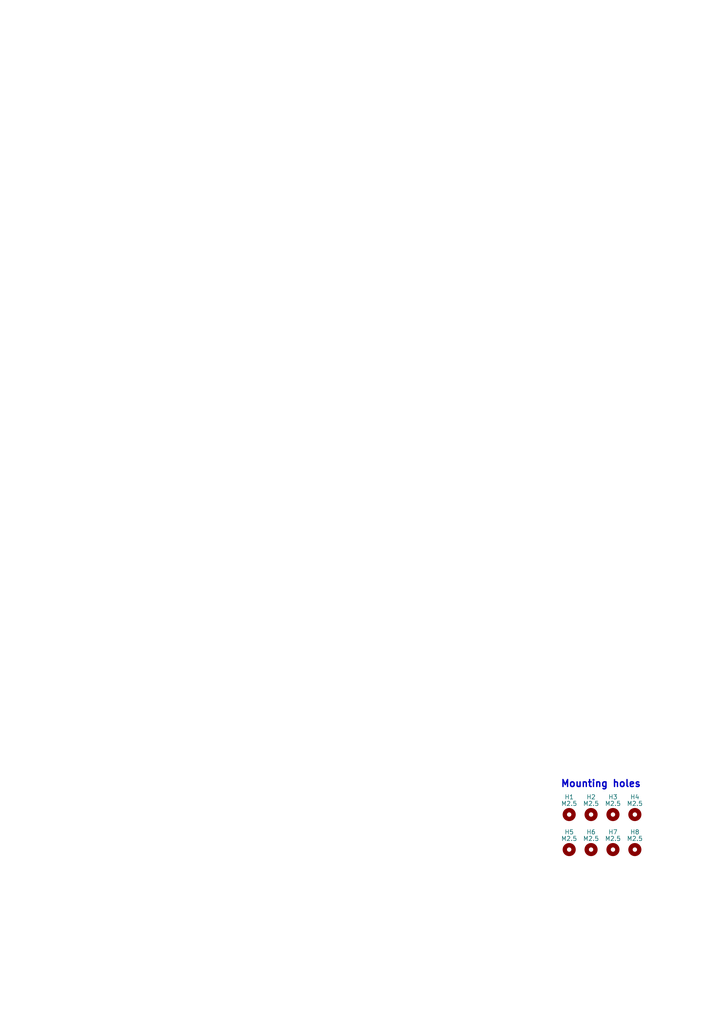
<source format=kicad_sch>
(kicad_sch (version 20230121) (generator eeschema)
  (paper "A4" portrait)
  (title_block (title "Tricky GAMe CONtroller for the Atari ST family -- Front plate") (date "2023-11-08") (rev "v1.0.0-RC1") (company "Sporniket") (comment 3 "https://github.com/sporniket/tricky-gamecon-for-atari-st--front") (comment 4 "Original repository"))
  (lib_symbols
    (symbol "Mechanical:MountingHole" (pin_names (offset 1.016))
      (property "Reference" "H" (at 0 5.08 0))
      (property "Value" "MountingHole" (at 0 3.175 0))
      (symbol "MountingHole_0_1"
        (circle (center 0 0) (radius 1.27) (stroke (width 1.27)))
      )
    )
  )
  (text "Mounting holes" (at 162.56 228.6 0) (effects (font (size 2 2) (thickness 0.4) bold) (justify left bottom)))
  (symbol (lib_id "Mechanical:MountingHole") (at 184.15 246.38 0) (unit 1)
    (property "Reference" "H8" (at 184.15 241.3 0))
    (property "Value" "M2.5" (at 184.15 243.205 0))
    (property "Footprint" "MountingHole:MountingHole_2.7mm_M2.5" (effects hide))
  )
  (symbol (lib_id "Mechanical:MountingHole") (at 171.45 236.22 0) (unit 1)
    (property "Reference" "H2" (at 171.45 231.14 0))
    (property "Value" "M2.5" (at 171.45 233.045 0))
    (property "Footprint" "MountingHole:MountingHole_2.7mm_M2.5" (effects hide))
  )
  (symbol (lib_id "Mechanical:MountingHole") (at 184.15 236.22 0) (unit 1)
    (property "Reference" "H4" (at 184.15 231.14 0))
    (property "Value" "M2.5" (at 184.15 233.045 0))
    (property "Footprint" "MountingHole:MountingHole_2.7mm_M2.5" (effects hide))
  )
  (symbol (lib_id "Mechanical:MountingHole") (at 171.45 246.38 0) (unit 1)
    (property "Reference" "H6" (at 171.45 241.3 0))
    (property "Value" "M2.5" (at 171.45 243.205 0))
    (property "Footprint" "MountingHole:MountingHole_2.7mm_M2.5" (effects hide))
  )
  (symbol (lib_id "Mechanical:MountingHole") (at 177.8 236.22 0) (unit 1)
    (property "Reference" "H3" (at 177.8 231.14 0))
    (property "Value" "M2.5" (at 177.8 233.045 0))
    (property "Footprint" "MountingHole:MountingHole_2.7mm_M2.5" (effects hide))
  )
  (symbol (lib_id "Mechanical:MountingHole") (at 177.8 246.38 0) (unit 1)
    (property "Reference" "H7" (at 177.8 241.3 0))
    (property "Value" "M2.5" (at 177.8 243.205 0))
    (property "Footprint" "MountingHole:MountingHole_2.7mm_M2.5" (effects hide))
  )
  (symbol (lib_id "Mechanical:MountingHole") (at 165.1 246.38 0) (unit 1)
    (property "Reference" "H5" (at 165.1 241.3 0))
    (property "Value" "M2.5" (at 165.1 243.205 0))
    (property "Footprint" "MountingHole:MountingHole_2.7mm_M2.5" (effects hide))
  )
  (symbol (lib_id "Mechanical:MountingHole") (at 165.1 236.22 0) (unit 1)
    (property "Reference" "H1" (at 165.1 231.14 0))
    (property "Value" "M2.5" (at 165.1 233.045 0))
    (property "Footprint" "MountingHole:MountingHole_2.7mm_M2.5" (effects hide))
  )
)
</source>
